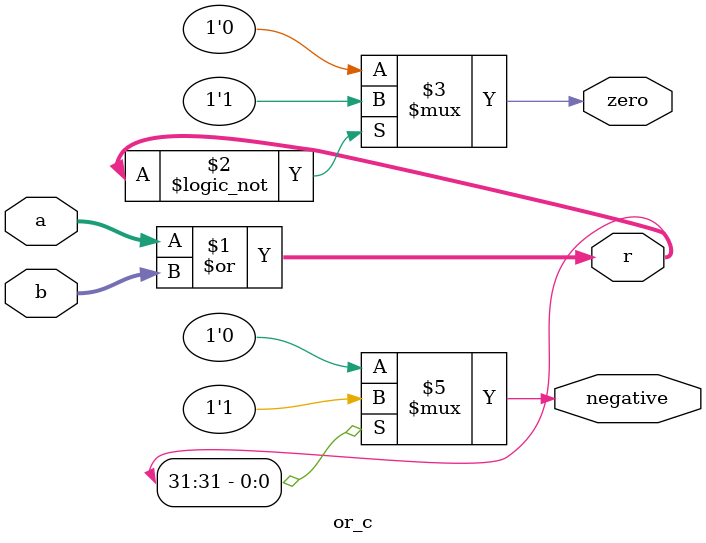
<source format=v>
`timescale 1ns / 1ps


module or_c(a,b,r,zero,negative);
    input [31:0] a;
    input [31:0] b;
    output [31:0] r;
    output zero;
    output negative;


    assign r=a|b;
    assign zero=(r==32'h0)?1'b1:1'b0;
    assign negative=(r[31]==1'b1)?1'b1:1'b0;    
endmodule

</source>
